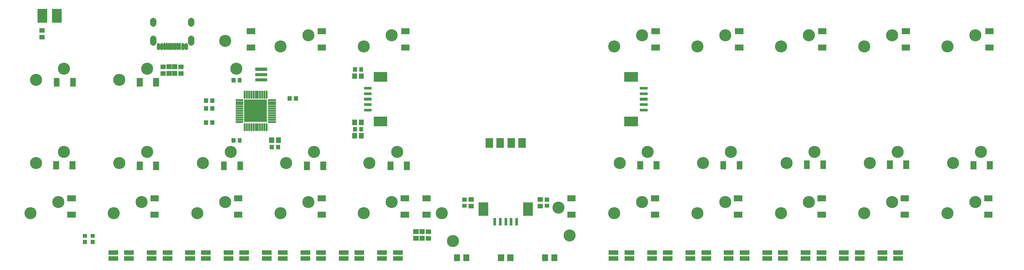
<source format=gbs>
G04 Layer: BottomSolderMaskLayer*
G04 EasyEDA v6.4.25, 2022-01-20T16:11:06+08:00*
G04 bfaf2d4f65d64c88941de24b5d45c2ce,3b57db4a37c74da5bb1b5bc11455ab19,10*
G04 Gerber Generator version 0.2*
G04 Scale: 100 percent, Rotated: No, Reflected: No *
G04 Dimensions in millimeters *
G04 leading zeros omitted , absolute positions ,4 integer and 5 decimal *
%FSLAX45Y45*%
%MOMM*%

%ADD38C,1.4032*%
%ADD39C,2.7432*%
%ADD41C,2.3016*%
%ADD42C,1.3016*%
%ADD44C,0.4016*%
%ADD45C,0.8032*%
%ADD46C,0.5032*%
%ADD51R,1.2192X1.1176*%

%LPD*%
D44*
X-6002301Y435787D02*
G01*
X-6142301Y435787D01*
X-6002301Y485775D02*
G01*
X-6142301Y485775D01*
X-6002301Y535787D02*
G01*
X-6142301Y535787D01*
X-6002301Y585774D02*
G01*
X-6142301Y585774D01*
X-6002301Y635787D02*
G01*
X-6142301Y635787D01*
X-6002301Y685774D02*
G01*
X-6142301Y685774D01*
X-6002301Y735787D02*
G01*
X-6142301Y735787D01*
X-6002301Y785774D02*
G01*
X-6142301Y785774D01*
X-6002301Y835787D02*
G01*
X-6142301Y835787D01*
X-6002301Y885774D02*
G01*
X-6142301Y885774D01*
X-6002301Y935786D02*
G01*
X-6142301Y935786D01*
X-5952312Y985776D02*
G01*
X-5952312Y1125776D01*
X-5902325Y985776D02*
G01*
X-5902325Y1125776D01*
X-5852312Y985776D02*
G01*
X-5852312Y1125776D01*
X-5802325Y985776D02*
G01*
X-5802325Y1125776D01*
X-5752312Y985776D02*
G01*
X-5752312Y1125776D01*
X-5702325Y985776D02*
G01*
X-5702325Y1125776D01*
X-5652312Y985776D02*
G01*
X-5652312Y1125776D01*
X-5602325Y985776D02*
G01*
X-5602325Y1125776D01*
X-5552312Y985776D02*
G01*
X-5552312Y1125776D01*
X-5502325Y985776D02*
G01*
X-5502325Y1125776D01*
X-5452313Y985776D02*
G01*
X-5452313Y1125776D01*
X-5262323Y935786D02*
G01*
X-5402323Y935786D01*
X-5262323Y885774D02*
G01*
X-5402323Y885774D01*
X-5262323Y835787D02*
G01*
X-5402323Y835787D01*
X-5262323Y785774D02*
G01*
X-5402323Y785774D01*
X-5262323Y735787D02*
G01*
X-5402323Y735787D01*
X-5262323Y685774D02*
G01*
X-5402323Y685774D01*
X-5262323Y635787D02*
G01*
X-5402323Y635787D01*
X-5262323Y585774D02*
G01*
X-5402323Y585774D01*
X-5262323Y535787D02*
G01*
X-5402323Y535787D01*
X-5262323Y485775D02*
G01*
X-5402323Y485775D01*
X-5262323Y435787D02*
G01*
X-5402323Y435787D01*
X-5452313Y245798D02*
G01*
X-5452313Y385798D01*
X-5502325Y245798D02*
G01*
X-5502325Y385798D01*
X-5552312Y245798D02*
G01*
X-5552312Y385798D01*
X-5602325Y245798D02*
G01*
X-5602325Y385798D01*
X-5652312Y245798D02*
G01*
X-5652312Y385798D01*
X-5702325Y245798D02*
G01*
X-5702325Y385798D01*
X-5752312Y245798D02*
G01*
X-5752312Y385798D01*
X-5802325Y245798D02*
G01*
X-5802325Y385798D01*
X-5852312Y245798D02*
G01*
X-5852312Y385798D01*
X-5902325Y245798D02*
G01*
X-5902325Y385798D01*
X-5952312Y245798D02*
G01*
X-5952312Y385798D01*
D45*
X-7919999Y2106074D02*
G01*
X-7919999Y2196076D01*
X-7840014Y2106074D02*
G01*
X-7840014Y2196076D01*
D46*
X-7775016Y2091075D02*
G01*
X-7775016Y2211075D01*
X-7725003Y2091075D02*
G01*
X-7725003Y2211075D01*
X-7675016Y2091075D02*
G01*
X-7675016Y2211075D01*
X-7625003Y2091075D02*
G01*
X-7625003Y2211075D01*
X-7575016Y2091075D02*
G01*
X-7575016Y2211075D01*
X-7525004Y2091075D02*
G01*
X-7525004Y2211075D01*
X-7475042Y2091075D02*
G01*
X-7475042Y2211075D01*
X-7425004Y2091075D02*
G01*
X-7425004Y2211075D01*
D45*
X-7360005Y2106074D02*
G01*
X-7360005Y2196076D01*
X-7280020Y2106074D02*
G01*
X-7280020Y2196076D01*
D38*
X-8032013Y2677335D02*
G01*
X-8032013Y2737335D01*
X-7168006Y2677335D02*
G01*
X-7168006Y2737335D01*
X-7168006Y2249327D02*
G01*
X-7168006Y2329327D01*
X-8032013Y2249327D02*
G01*
X-8032013Y2329327D01*
D39*
G01*
X-10703991Y1391996D03*
G01*
X-10068991Y1645996D03*
G01*
X-8803995Y1391996D03*
G01*
X-8168995Y1645996D03*
G01*
X-6141999Y1645996D03*
G01*
X-6395999Y2280996D03*
G01*
X-4496003Y2407996D03*
G01*
X-5131003Y2153996D03*
G01*
X-2596006Y2407996D03*
G01*
X-3231006Y2153996D03*
G01*
X3104006Y2407996D03*
G01*
X2469006Y2153996D03*
G01*
X5004003Y2407996D03*
G01*
X4369003Y2153996D03*
G01*
X6903999Y2407996D03*
G01*
X6268999Y2153996D03*
G01*
X8803995Y2407996D03*
G01*
X8168995Y2153996D03*
G01*
X10703991Y2407996D03*
G01*
X10068991Y2153996D03*
G01*
X-10704017Y-508000D03*
G01*
X-10069017Y-254000D03*
G01*
X-8803995Y-508000D03*
G01*
X-8168995Y-254000D03*
G01*
X-6903999Y-508000D03*
G01*
X-6268999Y-254000D03*
G01*
X-5004003Y-508000D03*
G01*
X-4369003Y-254000D03*
G01*
X-3104006Y-508000D03*
G01*
X-2469006Y-254000D03*
G01*
X2596006Y-508000D03*
G01*
X3231006Y-254000D03*
G01*
X4496003Y-508000D03*
G01*
X5131003Y-254000D03*
G01*
X6395999Y-508000D03*
G01*
X7030999Y-254000D03*
G01*
X8295995Y-508000D03*
G01*
X8930995Y-254000D03*
G01*
X10196017Y-508000D03*
G01*
X10831017Y-254000D03*
G01*
X-10195991Y-1391996D03*
G01*
X-10830991Y-1645996D03*
G01*
X-8295995Y-1391996D03*
G01*
X-8930995Y-1645996D03*
G01*
X-6395999Y-1391996D03*
G01*
X-7030999Y-1645996D03*
G01*
X-4496003Y-1391996D03*
G01*
X-5131003Y-1645996D03*
G01*
X-2596006Y-1391996D03*
G01*
X-3231006Y-1645996D03*
G01*
X-1458010Y-1645996D03*
G01*
X-1204010Y-2280996D03*
G01*
X1458010Y-2153996D03*
G01*
X1204010Y-1518996D03*
G01*
X3104006Y-1391996D03*
G01*
X2469006Y-1645996D03*
G01*
X5004003Y-1391996D03*
G01*
X4369003Y-1645996D03*
G01*
X6903999Y-1391996D03*
G01*
X6268999Y-1645996D03*
G01*
X8803995Y-1391996D03*
G01*
X8168995Y-1645996D03*
G01*
X10703991Y-1391996D03*
G01*
X10068991Y-1645996D03*
G36*
X-6731508Y864362D02*
G01*
X-6731508Y964437D01*
X-6641337Y964437D01*
X-6641337Y864362D01*
G37*
G36*
X-6871462Y864362D02*
G01*
X-6871462Y964437D01*
X-6781292Y964437D01*
X-6781292Y864362D01*
G37*
G36*
X-4966462Y915162D02*
G01*
X-4966462Y1015237D01*
X-4876292Y1015237D01*
X-4876292Y915162D01*
G37*
G36*
X-4826507Y915162D02*
G01*
X-4826507Y1015237D01*
X-4736337Y1015237D01*
X-4736337Y915162D01*
G37*
G36*
X-9460737Y-2350262D02*
G01*
X-9460737Y-2260092D01*
X-9360662Y-2260092D01*
X-9360662Y-2350262D01*
G37*
G36*
X-9460737Y-2210307D02*
G01*
X-9460737Y-2120137D01*
X-9360662Y-2120137D01*
X-9360662Y-2210307D01*
G37*
G36*
X-9926320Y1238250D02*
G01*
X-9926320Y1428750D01*
X-9794239Y1428750D01*
X-9794239Y1238250D01*
G37*
G36*
X-10297160Y1238250D02*
G01*
X-10297160Y1428750D01*
X-10165079Y1428750D01*
X-10165079Y1238250D01*
G37*
G36*
X-8034020Y1238250D02*
G01*
X-8034020Y1428750D01*
X-7901939Y1428750D01*
X-7901939Y1238250D01*
G37*
G36*
X-8404860Y1238250D02*
G01*
X-8404860Y1428750D01*
X-8272779Y1428750D01*
X-8272779Y1238250D01*
G37*
G36*
X-5899150Y2430779D02*
G01*
X-5899150Y2562860D01*
X-5708650Y2562860D01*
X-5708650Y2430779D01*
G37*
G36*
X-5899150Y2059939D02*
G01*
X-5899150Y2192020D01*
X-5708650Y2192020D01*
X-5708650Y2059939D01*
G37*
G36*
X-4286250Y2059939D02*
G01*
X-4286250Y2192020D01*
X-4095750Y2192020D01*
X-4095750Y2059939D01*
G37*
G36*
X-4286250Y2430779D02*
G01*
X-4286250Y2562860D01*
X-4095750Y2562860D01*
X-4095750Y2430779D01*
G37*
G36*
X-2381250Y2059939D02*
G01*
X-2381250Y2192020D01*
X-2190750Y2192020D01*
X-2190750Y2059939D01*
G37*
G36*
X-2381250Y2430779D02*
G01*
X-2381250Y2562860D01*
X-2190750Y2562860D01*
X-2190750Y2430779D01*
G37*
G36*
X3321050Y2059939D02*
G01*
X3321050Y2192020D01*
X3511550Y2192020D01*
X3511550Y2059939D01*
G37*
G36*
X3321050Y2430779D02*
G01*
X3321050Y2562860D01*
X3511550Y2562860D01*
X3511550Y2430779D01*
G37*
G36*
X5226050Y2059939D02*
G01*
X5226050Y2192020D01*
X5416550Y2192020D01*
X5416550Y2059939D01*
G37*
G36*
X5226050Y2430779D02*
G01*
X5226050Y2562860D01*
X5416550Y2562860D01*
X5416550Y2430779D01*
G37*
G36*
X7118350Y2059939D02*
G01*
X7118350Y2192020D01*
X7308850Y2192020D01*
X7308850Y2059939D01*
G37*
G36*
X7118350Y2430779D02*
G01*
X7118350Y2562860D01*
X7308850Y2562860D01*
X7308850Y2430779D01*
G37*
G36*
X9023350Y2059939D02*
G01*
X9023350Y2192020D01*
X9213850Y2192020D01*
X9213850Y2059939D01*
G37*
G36*
X9023350Y2430779D02*
G01*
X9023350Y2562860D01*
X9213850Y2562860D01*
X9213850Y2430779D01*
G37*
G36*
X10928350Y2059939D02*
G01*
X10928350Y2192020D01*
X11118850Y2192020D01*
X11118850Y2059939D01*
G37*
G36*
X10928350Y2430779D02*
G01*
X10928350Y2562860D01*
X11118850Y2562860D01*
X11118850Y2430779D01*
G37*
G36*
X-9939020Y-654050D02*
G01*
X-9939020Y-463550D01*
X-9806939Y-463550D01*
X-9806939Y-654050D01*
G37*
G36*
X-10309860Y-654050D02*
G01*
X-10309860Y-463550D01*
X-10177779Y-463550D01*
X-10177779Y-654050D01*
G37*
G36*
X-8034020Y-666750D02*
G01*
X-8034020Y-476250D01*
X-7901939Y-476250D01*
X-7901939Y-666750D01*
G37*
G36*
X-8404860Y-666750D02*
G01*
X-8404860Y-476250D01*
X-8272779Y-476250D01*
X-8272779Y-666750D01*
G37*
G36*
X-6116320Y-666750D02*
G01*
X-6116320Y-476250D01*
X-5984239Y-476250D01*
X-5984239Y-666750D01*
G37*
G36*
X-6487160Y-666750D02*
G01*
X-6487160Y-476250D01*
X-6355079Y-476250D01*
X-6355079Y-666750D01*
G37*
G36*
X-4224020Y-666750D02*
G01*
X-4224020Y-476250D01*
X-4091939Y-476250D01*
X-4091939Y-666750D01*
G37*
G36*
X-4594860Y-666750D02*
G01*
X-4594860Y-476250D01*
X-4462779Y-476250D01*
X-4462779Y-666750D01*
G37*
G36*
X-2319020Y-666750D02*
G01*
X-2319020Y-476250D01*
X-2186939Y-476250D01*
X-2186939Y-666750D01*
G37*
G36*
X-2689860Y-666750D02*
G01*
X-2689860Y-476250D01*
X-2557779Y-476250D01*
X-2557779Y-666750D01*
G37*
G36*
X3370579Y-654050D02*
G01*
X3370579Y-463550D01*
X3502659Y-463550D01*
X3502659Y-654050D01*
G37*
G36*
X2999740Y-654050D02*
G01*
X2999740Y-463550D01*
X3131820Y-463550D01*
X3131820Y-654050D01*
G37*
G36*
X5262879Y-654050D02*
G01*
X5262879Y-463550D01*
X5394959Y-463550D01*
X5394959Y-654050D01*
G37*
G36*
X4892040Y-654050D02*
G01*
X4892040Y-463550D01*
X5024120Y-463550D01*
X5024120Y-654050D01*
G37*
G36*
X7167879Y-641350D02*
G01*
X7167879Y-450850D01*
X7299959Y-450850D01*
X7299959Y-641350D01*
G37*
G36*
X6797040Y-641350D02*
G01*
X6797040Y-450850D01*
X6929120Y-450850D01*
X6929120Y-641350D01*
G37*
G36*
X9060179Y-641350D02*
G01*
X9060179Y-450850D01*
X9192259Y-450850D01*
X9192259Y-641350D01*
G37*
G36*
X8689340Y-641350D02*
G01*
X8689340Y-450850D01*
X8821420Y-450850D01*
X8821420Y-641350D01*
G37*
G36*
X10965179Y-654050D02*
G01*
X10965179Y-463550D01*
X11097259Y-463550D01*
X11097259Y-654050D01*
G37*
G36*
X10594340Y-654050D02*
G01*
X10594340Y-463550D01*
X10726420Y-463550D01*
X10726420Y-654050D01*
G37*
G36*
X-9988550Y-1379220D02*
G01*
X-9988550Y-1247139D01*
X-9798050Y-1247139D01*
X-9798050Y-1379220D01*
G37*
G36*
X-9988550Y-1750060D02*
G01*
X-9988550Y-1617979D01*
X-9798050Y-1617979D01*
X-9798050Y-1750060D01*
G37*
G36*
X-8096250Y-1379220D02*
G01*
X-8096250Y-1247139D01*
X-7905750Y-1247139D01*
X-7905750Y-1379220D01*
G37*
G36*
X-8096250Y-1750060D02*
G01*
X-8096250Y-1617979D01*
X-7905750Y-1617979D01*
X-7905750Y-1750060D01*
G37*
G36*
X-6191250Y-1379220D02*
G01*
X-6191250Y-1247139D01*
X-6000750Y-1247139D01*
X-6000750Y-1379220D01*
G37*
G36*
X-6191250Y-1750060D02*
G01*
X-6191250Y-1617979D01*
X-6000750Y-1617979D01*
X-6000750Y-1750060D01*
G37*
G36*
X-4286250Y-1379220D02*
G01*
X-4286250Y-1247139D01*
X-4095750Y-1247139D01*
X-4095750Y-1379220D01*
G37*
G36*
X-4286250Y-1750060D02*
G01*
X-4286250Y-1617979D01*
X-4095750Y-1617979D01*
X-4095750Y-1750060D01*
G37*
G36*
X-2393950Y-1379220D02*
G01*
X-2393950Y-1247139D01*
X-2203450Y-1247139D01*
X-2203450Y-1379220D01*
G37*
G36*
X-2393950Y-1750060D02*
G01*
X-2393950Y-1617979D01*
X-2203450Y-1617979D01*
X-2203450Y-1750060D01*
G37*
G36*
X-1898650Y-1379220D02*
G01*
X-1898650Y-1247139D01*
X-1708150Y-1247139D01*
X-1708150Y-1379220D01*
G37*
G36*
X-1898650Y-1750060D02*
G01*
X-1898650Y-1617979D01*
X-1708150Y-1617979D01*
X-1708150Y-1750060D01*
G37*
G36*
X-5390134Y-48260D02*
G01*
X-5390134Y73660D01*
X-5278373Y73660D01*
X-5278373Y-48260D01*
G37*
G36*
X-5237226Y-48260D02*
G01*
X-5237226Y73660D01*
X-5125465Y73660D01*
X-5125465Y-48260D01*
G37*
G36*
X-3344926Y53339D02*
G01*
X-3344926Y175260D01*
X-3233165Y175260D01*
X-3233165Y53339D01*
G37*
G36*
X-3497834Y53339D02*
G01*
X-3497834Y175260D01*
X-3386073Y175260D01*
X-3386073Y53339D01*
G37*
G36*
X-3497834Y358139D02*
G01*
X-3497834Y480060D01*
X-3386073Y480060D01*
X-3386073Y358139D01*
G37*
G36*
X-3344926Y358139D02*
G01*
X-3344926Y480060D01*
X-3233165Y480060D01*
X-3233165Y358139D01*
G37*
G36*
X-3497834Y1412239D02*
G01*
X-3497834Y1534160D01*
X-3386073Y1534160D01*
X-3386073Y1412239D01*
G37*
G36*
X-3344926Y1412239D02*
G01*
X-3344926Y1534160D01*
X-3233165Y1534160D01*
X-3233165Y1412239D01*
G37*
G36*
X-989837Y-1384807D02*
G01*
X-989837Y-1294637D01*
X-889762Y-1294637D01*
X-889762Y-1384807D01*
G37*
G36*
X-989837Y-1524762D02*
G01*
X-989837Y-1434592D01*
X-889762Y-1434592D01*
X-889762Y-1524762D01*
G37*
G36*
X889762Y-1384807D02*
G01*
X889762Y-1294637D01*
X989837Y-1294637D01*
X989837Y-1384807D01*
G37*
G36*
X889762Y-1524762D02*
G01*
X889762Y-1434592D01*
X989837Y-1434592D01*
X989837Y-1524762D01*
G37*
D51*
G01*
X-1765300Y-2222754D03*
G01*
X-1765300Y-2069845D03*
G36*
X-2105660Y-2125726D02*
G01*
X-2105660Y-2013965D01*
X-1983739Y-2013965D01*
X-1983739Y-2125726D01*
G37*
G36*
X-2105660Y-2278634D02*
G01*
X-2105660Y-2166873D01*
X-1983739Y-2166873D01*
X-1983739Y-2278634D01*
G37*
G36*
X-1965960Y-2125726D02*
G01*
X-1965960Y-2013965D01*
X-1844039Y-2013965D01*
X-1844039Y-2125726D01*
G37*
G36*
X-1965960Y-2278634D02*
G01*
X-1965960Y-2166873D01*
X-1844039Y-2166873D01*
X-1844039Y-2278634D01*
G37*
G01*
X-10566400Y2361945D03*
G01*
X-10566400Y2514854D03*
G36*
X1403350Y-1379220D02*
G01*
X1403350Y-1247139D01*
X1593850Y-1247139D01*
X1593850Y-1379220D01*
G37*
G36*
X1403350Y-1750060D02*
G01*
X1403350Y-1617979D01*
X1593850Y-1617979D01*
X1593850Y-1750060D01*
G37*
G36*
X3308350Y-1379220D02*
G01*
X3308350Y-1247139D01*
X3498850Y-1247139D01*
X3498850Y-1379220D01*
G37*
G36*
X3308350Y-1750060D02*
G01*
X3308350Y-1617979D01*
X3498850Y-1617979D01*
X3498850Y-1750060D01*
G37*
G36*
X5200650Y-1379220D02*
G01*
X5200650Y-1247139D01*
X5391150Y-1247139D01*
X5391150Y-1379220D01*
G37*
G36*
X5200650Y-1750060D02*
G01*
X5200650Y-1617979D01*
X5391150Y-1617979D01*
X5391150Y-1750060D01*
G37*
G36*
X7105650Y-1379220D02*
G01*
X7105650Y-1247139D01*
X7296150Y-1247139D01*
X7296150Y-1379220D01*
G37*
G36*
X7105650Y-1750060D02*
G01*
X7105650Y-1617979D01*
X7296150Y-1617979D01*
X7296150Y-1750060D01*
G37*
G36*
X8997950Y-1379220D02*
G01*
X8997950Y-1247139D01*
X9188450Y-1247139D01*
X9188450Y-1379220D01*
G37*
G36*
X8997950Y-1750060D02*
G01*
X8997950Y-1617979D01*
X9188450Y-1617979D01*
X9188450Y-1750060D01*
G37*
G36*
X10902950Y-1379220D02*
G01*
X10902950Y-1247139D01*
X11093450Y-1247139D01*
X11093450Y-1379220D01*
G37*
G36*
X10902950Y-1750060D02*
G01*
X10902950Y-1617979D01*
X11093450Y-1617979D01*
X11093450Y-1750060D01*
G37*
G36*
X-615187Y-1710181D02*
G01*
X-615187Y-1399794D01*
X-394970Y-1399794D01*
X-394970Y-1710181D01*
G37*
G36*
X394970Y-1710181D02*
G01*
X394970Y-1399794D01*
X615187Y-1399794D01*
X615187Y-1710181D01*
G37*
G36*
X219963Y-1930145D02*
G01*
X219963Y-1759965D01*
X280162Y-1759965D01*
X280162Y-1930145D01*
G37*
G36*
X94995Y-1930145D02*
G01*
X94995Y-1759965D01*
X155194Y-1759965D01*
X155194Y-1930145D01*
G37*
G36*
X-29971Y-1930145D02*
G01*
X-29971Y-1759965D01*
X29971Y-1759965D01*
X29971Y-1930145D01*
G37*
G36*
X-155194Y-1930145D02*
G01*
X-155194Y-1759965D01*
X-94995Y-1759965D01*
X-94995Y-1930145D01*
G37*
G36*
X-280162Y-1930145D02*
G01*
X-280162Y-1759965D01*
X-219963Y-1759965D01*
X-219963Y-1930145D01*
G37*
G36*
X-3340607Y216662D02*
G01*
X-3340607Y316737D01*
X-3250437Y316737D01*
X-3250437Y216662D01*
G37*
G36*
X-3480562Y216662D02*
G01*
X-3480562Y316737D01*
X-3390392Y316737D01*
X-3390392Y216662D01*
G37*
G36*
X-9638537Y-2350262D02*
G01*
X-9638537Y-2260092D01*
X-9538462Y-2260092D01*
X-9538462Y-2350262D01*
G37*
G36*
X-9638537Y-2210307D02*
G01*
X-9638537Y-2120137D01*
X-9538462Y-2120137D01*
X-9538462Y-2210307D01*
G37*
G36*
X-3010154Y1344929D02*
G01*
X-3010154Y1565147D01*
X-2700020Y1565147D01*
X-2700020Y1344929D01*
G37*
G36*
X-3010154Y335026D02*
G01*
X-3010154Y554989D01*
X-2700020Y554989D01*
X-2700020Y335026D01*
G37*
G36*
X-3230118Y669797D02*
G01*
X-3230118Y729995D01*
X-3059937Y729995D01*
X-3059937Y669797D01*
G37*
G36*
X-3230118Y795020D02*
G01*
X-3230118Y854963D01*
X-3059937Y854963D01*
X-3059937Y795020D01*
G37*
G36*
X-3230118Y919987D02*
G01*
X-3230118Y980186D01*
X-3059937Y980186D01*
X-3059937Y919987D01*
G37*
G36*
X-3230118Y1044955D02*
G01*
X-3230118Y1105154D01*
X-3059937Y1105154D01*
X-3059937Y1044955D01*
G37*
G36*
X-3230118Y1169923D02*
G01*
X-3230118Y1230121D01*
X-3059937Y1230121D01*
X-3059937Y1169923D01*
G37*
G36*
X2700020Y335026D02*
G01*
X2700020Y554989D01*
X3010154Y554989D01*
X3010154Y335026D01*
G37*
G36*
X2700020Y1344929D02*
G01*
X2700020Y1565147D01*
X3010154Y1565147D01*
X3010154Y1344929D01*
G37*
G36*
X3059938Y1169923D02*
G01*
X3059938Y1230121D01*
X3230118Y1230121D01*
X3230118Y1169923D01*
G37*
G36*
X3059938Y1044955D02*
G01*
X3059938Y1105154D01*
X3230118Y1105154D01*
X3230118Y1044955D01*
G37*
G36*
X3059938Y919987D02*
G01*
X3059938Y980186D01*
X3230118Y980186D01*
X3230118Y919987D01*
G37*
G36*
X3059938Y795020D02*
G01*
X3059938Y854963D01*
X3230118Y854963D01*
X3230118Y795020D01*
G37*
G36*
X3059938Y669797D02*
G01*
X3059938Y729995D01*
X3230118Y729995D01*
X3230118Y669797D01*
G37*
G36*
X-8693150Y-2729484D02*
G01*
X-8693150Y-2629154D01*
X-8472931Y-2629154D01*
X-8472931Y-2729484D01*
G37*
G36*
X-9053068Y-2729484D02*
G01*
X-9053068Y-2629154D01*
X-8832850Y-2629154D01*
X-8832850Y-2729484D01*
G37*
G36*
X-9053068Y-2599944D02*
G01*
X-9053068Y-2499613D01*
X-8832850Y-2499613D01*
X-8832850Y-2599944D01*
G37*
G36*
X-8693150Y-2599944D02*
G01*
X-8693150Y-2499613D01*
X-8472931Y-2499613D01*
X-8472931Y-2599944D01*
G37*
G36*
X-7818120Y-2729484D02*
G01*
X-7818120Y-2629154D01*
X-7597902Y-2629154D01*
X-7597902Y-2729484D01*
G37*
G36*
X-8178037Y-2729484D02*
G01*
X-8178037Y-2629154D01*
X-7957820Y-2629154D01*
X-7957820Y-2729484D01*
G37*
G36*
X-8178037Y-2599944D02*
G01*
X-8178037Y-2499613D01*
X-7957820Y-2499613D01*
X-7957820Y-2599944D01*
G37*
G36*
X-7818120Y-2599944D02*
G01*
X-7818120Y-2499613D01*
X-7597902Y-2499613D01*
X-7597902Y-2599944D01*
G37*
G36*
X-6943089Y-2729484D02*
G01*
X-6943089Y-2629154D01*
X-6722871Y-2629154D01*
X-6722871Y-2729484D01*
G37*
G36*
X-7303262Y-2729484D02*
G01*
X-7303262Y-2629154D01*
X-7082789Y-2629154D01*
X-7082789Y-2729484D01*
G37*
G36*
X-7303262Y-2599944D02*
G01*
X-7303262Y-2499613D01*
X-7082789Y-2499613D01*
X-7082789Y-2599944D01*
G37*
G36*
X-6943089Y-2599944D02*
G01*
X-6943089Y-2499613D01*
X-6722871Y-2499613D01*
X-6722871Y-2599944D01*
G37*
G36*
X-6068060Y-2729484D02*
G01*
X-6068060Y-2629154D01*
X-5847842Y-2629154D01*
X-5847842Y-2729484D01*
G37*
G36*
X-6428231Y-2729484D02*
G01*
X-6428231Y-2629154D01*
X-6207760Y-2629154D01*
X-6207760Y-2729484D01*
G37*
G36*
X-6428231Y-2599944D02*
G01*
X-6428231Y-2499613D01*
X-6207760Y-2499613D01*
X-6207760Y-2599944D01*
G37*
G36*
X-6068060Y-2599944D02*
G01*
X-6068060Y-2499613D01*
X-5847842Y-2499613D01*
X-5847842Y-2599944D01*
G37*
G36*
X-5193284Y-2729484D02*
G01*
X-5193284Y-2629154D01*
X-4972812Y-2629154D01*
X-4972812Y-2729484D01*
G37*
G36*
X-5553202Y-2729484D02*
G01*
X-5553202Y-2629154D01*
X-5332729Y-2629154D01*
X-5332729Y-2729484D01*
G37*
G36*
X-5553202Y-2599944D02*
G01*
X-5553202Y-2499613D01*
X-5332729Y-2499613D01*
X-5332729Y-2599944D01*
G37*
G36*
X-5193284Y-2599944D02*
G01*
X-5193284Y-2499613D01*
X-4972812Y-2499613D01*
X-4972812Y-2599944D01*
G37*
G36*
X-4318254Y-2729484D02*
G01*
X-4318254Y-2629154D01*
X-4097781Y-2629154D01*
X-4097781Y-2729484D01*
G37*
G36*
X-4678171Y-2729484D02*
G01*
X-4678171Y-2629154D01*
X-4457954Y-2629154D01*
X-4457954Y-2729484D01*
G37*
G36*
X-4678171Y-2599944D02*
G01*
X-4678171Y-2499613D01*
X-4457954Y-2499613D01*
X-4457954Y-2599944D01*
G37*
G36*
X-4318254Y-2599944D02*
G01*
X-4318254Y-2499613D01*
X-4097781Y-2499613D01*
X-4097781Y-2599944D01*
G37*
G36*
X-3443223Y-2729484D02*
G01*
X-3443223Y-2629154D01*
X-3222752Y-2629154D01*
X-3222752Y-2729484D01*
G37*
G36*
X-3803142Y-2729484D02*
G01*
X-3803142Y-2629154D01*
X-3582923Y-2629154D01*
X-3582923Y-2729484D01*
G37*
G36*
X-3803142Y-2599944D02*
G01*
X-3803142Y-2499613D01*
X-3582923Y-2499613D01*
X-3582923Y-2599944D01*
G37*
G36*
X-3443223Y-2599944D02*
G01*
X-3443223Y-2499613D01*
X-3222752Y-2499613D01*
X-3222752Y-2599944D01*
G37*
G36*
X-2568194Y-2729484D02*
G01*
X-2568194Y-2629154D01*
X-2347721Y-2629154D01*
X-2347721Y-2729484D01*
G37*
G36*
X-2928112Y-2729484D02*
G01*
X-2928112Y-2629154D01*
X-2707894Y-2629154D01*
X-2707894Y-2729484D01*
G37*
G36*
X-2928112Y-2599944D02*
G01*
X-2928112Y-2499613D01*
X-2707894Y-2499613D01*
X-2707894Y-2599944D01*
G37*
G36*
X-2568194Y-2599944D02*
G01*
X-2568194Y-2499613D01*
X-2347721Y-2499613D01*
X-2347721Y-2599944D01*
G37*
G36*
X2707893Y-2729484D02*
G01*
X2707893Y-2629154D01*
X2928111Y-2629154D01*
X2928111Y-2729484D01*
G37*
G36*
X2347722Y-2729484D02*
G01*
X2347722Y-2629154D01*
X2568193Y-2629154D01*
X2568193Y-2729484D01*
G37*
G36*
X2347722Y-2599944D02*
G01*
X2347722Y-2499613D01*
X2568193Y-2499613D01*
X2568193Y-2599944D01*
G37*
G36*
X2707893Y-2599944D02*
G01*
X2707893Y-2499613D01*
X2928111Y-2499613D01*
X2928111Y-2599944D01*
G37*
G36*
X3582924Y-2729484D02*
G01*
X3582924Y-2629154D01*
X3803141Y-2629154D01*
X3803141Y-2729484D01*
G37*
G36*
X3222752Y-2729484D02*
G01*
X3222752Y-2629154D01*
X3443224Y-2629154D01*
X3443224Y-2729484D01*
G37*
G36*
X3222752Y-2599944D02*
G01*
X3222752Y-2499613D01*
X3443224Y-2499613D01*
X3443224Y-2599944D01*
G37*
G36*
X3582924Y-2599944D02*
G01*
X3582924Y-2499613D01*
X3803141Y-2499613D01*
X3803141Y-2599944D01*
G37*
G36*
X4457954Y-2729484D02*
G01*
X4457954Y-2629154D01*
X4678172Y-2629154D01*
X4678172Y-2729484D01*
G37*
G36*
X4097781Y-2729484D02*
G01*
X4097781Y-2629154D01*
X4318254Y-2629154D01*
X4318254Y-2729484D01*
G37*
G36*
X4097781Y-2599944D02*
G01*
X4097781Y-2499613D01*
X4318254Y-2499613D01*
X4318254Y-2599944D01*
G37*
G36*
X4457954Y-2599944D02*
G01*
X4457954Y-2499613D01*
X4678172Y-2499613D01*
X4678172Y-2599944D01*
G37*
G36*
X5332729Y-2729484D02*
G01*
X5332729Y-2629154D01*
X5553202Y-2629154D01*
X5553202Y-2729484D01*
G37*
G36*
X4972811Y-2729484D02*
G01*
X4972811Y-2629154D01*
X5193284Y-2629154D01*
X5193284Y-2729484D01*
G37*
G36*
X4972811Y-2599944D02*
G01*
X4972811Y-2499613D01*
X5193284Y-2499613D01*
X5193284Y-2599944D01*
G37*
G36*
X5332729Y-2599944D02*
G01*
X5332729Y-2499613D01*
X5553202Y-2499613D01*
X5553202Y-2599944D01*
G37*
G36*
X6207759Y-2729484D02*
G01*
X6207759Y-2629154D01*
X6428231Y-2629154D01*
X6428231Y-2729484D01*
G37*
G36*
X5847841Y-2729484D02*
G01*
X5847841Y-2629154D01*
X6068059Y-2629154D01*
X6068059Y-2729484D01*
G37*
G36*
X5847841Y-2599944D02*
G01*
X5847841Y-2499613D01*
X6068059Y-2499613D01*
X6068059Y-2599944D01*
G37*
G36*
X6207759Y-2599944D02*
G01*
X6207759Y-2499613D01*
X6428231Y-2499613D01*
X6428231Y-2599944D01*
G37*
G36*
X7082790Y-2729484D02*
G01*
X7082790Y-2629154D01*
X7303261Y-2629154D01*
X7303261Y-2729484D01*
G37*
G36*
X6722872Y-2729484D02*
G01*
X6722872Y-2629154D01*
X6943090Y-2629154D01*
X6943090Y-2729484D01*
G37*
G36*
X6722872Y-2599944D02*
G01*
X6722872Y-2499613D01*
X6943090Y-2499613D01*
X6943090Y-2599944D01*
G37*
G36*
X7082790Y-2599944D02*
G01*
X7082790Y-2499613D01*
X7303261Y-2499613D01*
X7303261Y-2599944D01*
G37*
G36*
X7957820Y-2729484D02*
G01*
X7957820Y-2629154D01*
X8178038Y-2629154D01*
X8178038Y-2729484D01*
G37*
G36*
X7597902Y-2729484D02*
G01*
X7597902Y-2629154D01*
X7818120Y-2629154D01*
X7818120Y-2729484D01*
G37*
G36*
X7597902Y-2599944D02*
G01*
X7597902Y-2499613D01*
X7818120Y-2499613D01*
X7818120Y-2599944D01*
G37*
G36*
X7957820Y-2599944D02*
G01*
X7957820Y-2499613D01*
X8178038Y-2499613D01*
X8178038Y-2599944D01*
G37*
G36*
X8832850Y-2729484D02*
G01*
X8832850Y-2629154D01*
X9053068Y-2629154D01*
X9053068Y-2729484D01*
G37*
G36*
X8472931Y-2729484D02*
G01*
X8472931Y-2629154D01*
X8693150Y-2629154D01*
X8693150Y-2729484D01*
G37*
G36*
X8472931Y-2599944D02*
G01*
X8472931Y-2499613D01*
X8693150Y-2499613D01*
X8693150Y-2599944D01*
G37*
G36*
X8832850Y-2599944D02*
G01*
X8832850Y-2499613D01*
X9053068Y-2499613D01*
X9053068Y-2599944D01*
G37*
G36*
X35052Y-2742184D02*
G01*
X35052Y-2592070D01*
X175260Y-2592070D01*
X175260Y-2742184D01*
G37*
G36*
X-175005Y-2742184D02*
G01*
X-175005Y-2592070D01*
X-34797Y-2592070D01*
X-34797Y-2742184D01*
G37*
G36*
X-968247Y-2742184D02*
G01*
X-968247Y-2592070D01*
X-828039Y-2592070D01*
X-828039Y-2742184D01*
G37*
G36*
X-1178305Y-2742184D02*
G01*
X-1178305Y-2592070D01*
X-1038097Y-2592070D01*
X-1038097Y-2742184D01*
G37*
G36*
X1038352Y-2742184D02*
G01*
X1038352Y-2592070D01*
X1178560Y-2592070D01*
X1178560Y-2742184D01*
G37*
G36*
X828294Y-2742184D02*
G01*
X828294Y-2592070D01*
X968502Y-2592070D01*
X968502Y-2742184D01*
G37*
G36*
X-5710428Y1356360D02*
G01*
X-5710428Y1426463D01*
X-5440171Y1426463D01*
X-5440171Y1356360D01*
G37*
G36*
X-5710428Y1476247D02*
G01*
X-5710428Y1546352D01*
X-5440171Y1546352D01*
X-5440171Y1476247D01*
G37*
G36*
X-5710428Y1596136D02*
G01*
X-5710428Y1666239D01*
X-5440171Y1666239D01*
X-5440171Y1596136D01*
G37*
G36*
X-6731508Y686562D02*
G01*
X-6731508Y786637D01*
X-6641337Y786637D01*
X-6641337Y686562D01*
G37*
G36*
X-6871462Y686562D02*
G01*
X-6871462Y786637D01*
X-6781292Y786637D01*
X-6781292Y686562D01*
G37*
G36*
X-6109207Y-37337D02*
G01*
X-6109207Y62737D01*
X-6019037Y62737D01*
X-6019037Y-37337D01*
G37*
G36*
X-6249162Y-37337D02*
G01*
X-6249162Y62737D01*
X-6158992Y62737D01*
X-6158992Y-37337D01*
G37*
G36*
X-6731508Y369062D02*
G01*
X-6731508Y469137D01*
X-6641337Y469137D01*
X-6641337Y369062D01*
G37*
G36*
X-6871462Y369062D02*
G01*
X-6871462Y469137D01*
X-6781292Y469137D01*
X-6781292Y369062D01*
G37*
G36*
X-5957315Y430784D02*
G01*
X-5957315Y940815D01*
X-5447284Y940815D01*
X-5447284Y430784D01*
G37*
D41*
G01*
X-5702325Y685800D03*
D42*
G01*
X-5552312Y835787D03*
G01*
X-5552312Y535787D03*
G01*
X-5852312Y535787D03*
G01*
X-5852312Y835787D03*
G36*
X-7604760Y1633473D02*
G01*
X-7604760Y1745234D01*
X-7482839Y1745234D01*
X-7482839Y1633473D01*
G37*
G36*
X-7604760Y1480565D02*
G01*
X-7604760Y1592326D01*
X-7482839Y1592326D01*
X-7482839Y1480565D01*
G37*
G36*
X-7731760Y1633473D02*
G01*
X-7731760Y1745234D01*
X-7609839Y1745234D01*
X-7609839Y1633473D01*
G37*
G36*
X-7731760Y1480565D02*
G01*
X-7731760Y1592326D01*
X-7609839Y1592326D01*
X-7609839Y1480565D01*
G37*
D51*
G01*
X-7810500Y1536445D03*
G01*
X-7810500Y1689354D03*
G01*
X-7404100Y1536445D03*
G01*
X-7404100Y1689354D03*
G36*
X-460247Y-161036D02*
G01*
X-460247Y59436D01*
X-289813Y59436D01*
X-289813Y-161036D01*
G37*
G36*
X-210057Y-161036D02*
G01*
X-210057Y59436D01*
X-39878Y59436D01*
X-39878Y-161036D01*
G37*
G36*
X39878Y-161036D02*
G01*
X39878Y59436D01*
X210057Y59436D01*
X210057Y-161036D01*
G37*
G36*
X289813Y-161036D02*
G01*
X289813Y59436D01*
X460247Y59436D01*
X460247Y-161036D01*
G37*
G36*
X-5372862Y-189737D02*
G01*
X-5372862Y-89662D01*
X-5282692Y-89662D01*
X-5282692Y-189737D01*
G37*
G36*
X-5232907Y-189737D02*
G01*
X-5232907Y-89662D01*
X-5142737Y-89662D01*
X-5142737Y-189737D01*
G37*
G36*
X-6109207Y1334262D02*
G01*
X-6109207Y1434337D01*
X-6019037Y1434337D01*
X-6019037Y1334262D01*
G37*
G36*
X-6249162Y1334262D02*
G01*
X-6249162Y1434337D01*
X-6158992Y1434337D01*
X-6158992Y1334262D01*
G37*
G36*
X-3340607Y1575562D02*
G01*
X-3340607Y1675637D01*
X-3250437Y1675637D01*
X-3250437Y1575562D01*
G37*
G36*
X-3480562Y1575562D02*
G01*
X-3480562Y1675637D01*
X-3390392Y1675637D01*
X-3390392Y1575562D01*
G37*
G01*
X-787400Y-1486154D03*
G01*
X-787400Y-1333245D03*
G01*
X787400Y-1486154D03*
G01*
X787400Y-1333245D03*
G36*
X-10341102Y2689860D02*
G01*
X-10341102Y3010154D01*
X-10120629Y3010154D01*
X-10120629Y2689860D01*
G37*
G36*
X-10670286Y2689860D02*
G01*
X-10670286Y3010154D01*
X-10450068Y3010154D01*
X-10450068Y2689860D01*
G37*
M02*

</source>
